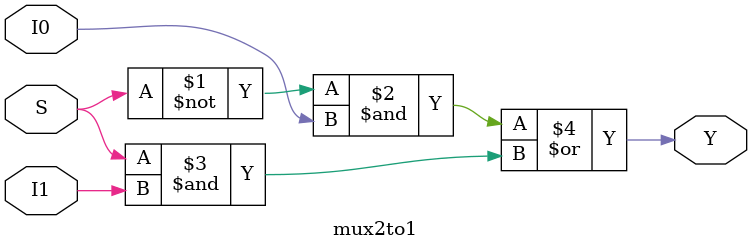
<source format=v>
`timescale 1ns / 1ps
module mux2to1 (
    input  I0, I1,  
    input  S,      
    output Y       
);
assign Y = (~S & I0) | (S & I1);
endmodule


</source>
